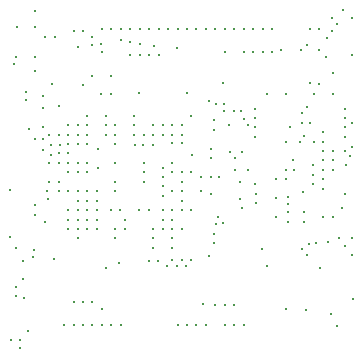
<source format=gbr>
%TF.GenerationSoftware,KiCad,Pcbnew,9.0.6-r1*%
%TF.CreationDate,2025-12-20T23:12:14+08:00*%
%TF.ProjectId,H750XB_V2,48373530-5842-45f5-9632-2e6b69636164,rev?*%
%TF.SameCoordinates,Original*%
%TF.FileFunction,Plated,1,4,PTH,Drill*%
%TF.FilePolarity,Positive*%
%FSLAX46Y46*%
G04 Gerber Fmt 4.6, Leading zero omitted, Abs format (unit mm)*
G04 Created by KiCad (PCBNEW 9.0.6-r1) date 2025-12-20 23:12:14*
%MOMM*%
%LPD*%
G01*
G04 APERTURE LIST*
%TA.AperFunction,ViaDrill*%
%ADD10C,0.300000*%
%TD*%
G04 APERTURE END LIST*
D10*
X454000Y13900000D03*
X454000Y9900000D03*
X498800Y1200000D03*
X748800Y24550000D03*
X948800Y25150000D03*
X948800Y9000000D03*
X948800Y5700000D03*
X948800Y4900000D03*
X998800Y27700000D03*
X1248800Y1200000D03*
X1248800Y550000D03*
X1548800Y7850000D03*
X1548800Y6400000D03*
X1598800Y4800000D03*
X1748800Y22200000D03*
X1748800Y21480000D03*
X1948800Y1950000D03*
X2048800Y19100000D03*
X2348800Y8250000D03*
X2448800Y8850000D03*
X2548800Y29050000D03*
X2548800Y27700000D03*
X2548800Y25200000D03*
X2548800Y24000000D03*
X2548800Y18200000D03*
X2548800Y12600000D03*
X2548800Y11800000D03*
X3248800Y21900000D03*
X3248800Y20850000D03*
X3248800Y19200000D03*
X3248800Y18200000D03*
X3248800Y17300000D03*
X3348800Y11223100D03*
X3398800Y26850000D03*
X3548800Y13800000D03*
X3648800Y13100000D03*
X3748800Y18600000D03*
X3748800Y16200000D03*
X3748800Y14600000D03*
X3848800Y17700000D03*
X3848800Y16900000D03*
X3948800Y22850000D03*
X4148800Y8100000D03*
X4198800Y26850000D03*
X4548800Y21000000D03*
X4548800Y18600000D03*
X4548800Y17000000D03*
X4548800Y16200000D03*
X4548800Y14600000D03*
X4548800Y13800000D03*
X4648800Y17700000D03*
X5000000Y2502400D03*
X5348800Y19400000D03*
X5348800Y18600000D03*
X5348800Y17800000D03*
X5348800Y17000000D03*
X5348800Y16200000D03*
X5348800Y15400000D03*
X5348800Y13800000D03*
X5348800Y12200000D03*
X5348800Y11400000D03*
X5348800Y10600000D03*
X5798800Y27350000D03*
X5800000Y4400000D03*
X5800000Y2500000D03*
X6148800Y19400000D03*
X6148800Y18600000D03*
X6148800Y17800000D03*
X6148800Y16200000D03*
X6148800Y15400000D03*
X6148800Y13800000D03*
X6148800Y13000000D03*
X6148800Y12200000D03*
X6148800Y11400000D03*
X6148800Y10600000D03*
X6148800Y9800000D03*
X6198800Y26050000D03*
X6598800Y27350000D03*
X6598800Y22750000D03*
X6600000Y4400000D03*
X6600000Y2500000D03*
X6948800Y20200000D03*
X6948800Y19400000D03*
X6948800Y18600000D03*
X6948800Y17800000D03*
X6948800Y16200000D03*
X6948800Y15400000D03*
X6948800Y13800000D03*
X6948800Y13000000D03*
X6948800Y12200000D03*
X6948800Y11400000D03*
X6948800Y10600000D03*
X7398800Y26850000D03*
X7398800Y26200000D03*
X7400000Y23550000D03*
X7400000Y4400000D03*
X7400000Y2500000D03*
X7748800Y13800000D03*
X7748800Y13000000D03*
X7748800Y12200000D03*
X7748800Y11400000D03*
X7748800Y10600000D03*
X7828800Y17400000D03*
X7848800Y15800000D03*
X8098800Y26300000D03*
X8148800Y22000000D03*
X8198800Y3850000D03*
X8200000Y27500000D03*
X8200000Y25600000D03*
X8200000Y2500000D03*
X8548800Y20200000D03*
X8548800Y19400000D03*
X8548800Y18600000D03*
X8548800Y7300000D03*
X8948800Y22000000D03*
X8948800Y12200000D03*
X8998800Y23550000D03*
X9000000Y27500000D03*
X9000000Y2500000D03*
X9348800Y19400000D03*
X9348800Y18600000D03*
X9348800Y17800000D03*
X9348800Y16200000D03*
X9348800Y14550000D03*
X9348800Y13800000D03*
X9348800Y10600000D03*
X9348800Y9800000D03*
X9648800Y7750000D03*
X9748800Y12200000D03*
X9798800Y26600000D03*
X9800000Y27500000D03*
X9800000Y2500000D03*
X10148800Y11400000D03*
X10148800Y10600000D03*
X10598800Y26450000D03*
X10598800Y25350000D03*
X10600000Y27500000D03*
X10948800Y20200000D03*
X10948800Y19400000D03*
X10948800Y18600000D03*
X10998800Y17700000D03*
X11348800Y22150000D03*
X11348800Y12200000D03*
X11398800Y26300000D03*
X11398800Y25350000D03*
X11400000Y27500000D03*
X11698800Y17700000D03*
X11748800Y18600000D03*
X11748800Y16200000D03*
X11748800Y15400000D03*
X11748800Y14600000D03*
X12148800Y12200000D03*
X12148800Y7900000D03*
X12198800Y25350000D03*
X12200000Y27500000D03*
X12548800Y19400000D03*
X12548800Y18600000D03*
X12548800Y17700000D03*
X12548800Y10600000D03*
X12548800Y9800000D03*
X12548800Y9000000D03*
X12598800Y26100000D03*
X12948800Y7900000D03*
X12998800Y25350000D03*
X13000000Y27500000D03*
X13348800Y19400000D03*
X13348800Y18600000D03*
X13348800Y15800000D03*
X13348800Y15000000D03*
X13348800Y14200000D03*
X13348800Y13400000D03*
X13348800Y12200000D03*
X13348800Y11400000D03*
X13348800Y10600000D03*
X13748800Y7500000D03*
X13800000Y27500000D03*
X14148800Y19400000D03*
X14148800Y18600000D03*
X14148800Y17900000D03*
X14148800Y16200000D03*
X14148800Y15400000D03*
X14148800Y13800000D03*
X14148800Y12200000D03*
X14148800Y11400000D03*
X14148800Y10600000D03*
X14148800Y9800000D03*
X14148800Y9000000D03*
X14148800Y8000000D03*
X14548800Y7500000D03*
X14598800Y25900000D03*
X14600000Y27500000D03*
X14600000Y2500000D03*
X14948800Y19400000D03*
X14948800Y18600000D03*
X14948800Y17900000D03*
X14948800Y15400000D03*
X14948800Y14600000D03*
X14948800Y13800000D03*
X14948800Y13000000D03*
X14948800Y12200000D03*
X14948800Y10600000D03*
X14948800Y8000000D03*
X15348800Y7500000D03*
X15398800Y22100000D03*
X15400000Y27500000D03*
X15400000Y2500000D03*
X15748800Y20200000D03*
X15748800Y15400000D03*
X15748800Y12200000D03*
X15748800Y8000000D03*
X15848800Y16900000D03*
X16200000Y27500000D03*
X16200000Y2500000D03*
X16548800Y15000000D03*
X16548800Y13800000D03*
X16798800Y4250000D03*
X17000000Y27500000D03*
X17000000Y2500000D03*
X17248800Y8300000D03*
X17298800Y21400000D03*
X17448800Y17400000D03*
X17448800Y16600000D03*
X17448800Y15000000D03*
X17448800Y13600000D03*
X17648800Y19800000D03*
X17648800Y19000000D03*
X17648800Y10200000D03*
X17648800Y9400000D03*
X17800000Y27500000D03*
X17800000Y4150000D03*
X17848800Y11000000D03*
X17898800Y21200000D03*
X17998800Y11600000D03*
X18148800Y15000000D03*
X18448800Y22950000D03*
X18448800Y11150000D03*
X18548800Y21215103D03*
X18548800Y20600000D03*
X18598800Y25600000D03*
X18600000Y27500000D03*
X18600000Y4150000D03*
X18600000Y2500000D03*
X18998800Y19400000D03*
X19048800Y17100000D03*
X19396400Y20550000D03*
X19400000Y27500000D03*
X19400000Y4150000D03*
X19400000Y2500000D03*
X19448800Y15600000D03*
X19498800Y16600000D03*
X19848800Y14600000D03*
X19848800Y13150000D03*
X20001200Y20550000D03*
X20048800Y12400000D03*
X20098800Y17100000D03*
X20200000Y27500000D03*
X20200000Y25600000D03*
X20200000Y2500000D03*
X20248800Y19950000D03*
X20548800Y19400000D03*
X20548800Y15600000D03*
X21000000Y27500000D03*
X21000000Y25600000D03*
X21148800Y20800000D03*
X21148800Y20000000D03*
X21148800Y19200000D03*
X21148800Y18400000D03*
X21148800Y14400000D03*
X21248800Y13600000D03*
X21248800Y12800000D03*
X21748800Y8900000D03*
X21800000Y27500000D03*
X21800000Y25600000D03*
X22148800Y22000000D03*
X22198800Y7450000D03*
X22598800Y25600000D03*
X22600000Y27500000D03*
X22914800Y11618000D03*
X22948800Y14800000D03*
X22948800Y13200000D03*
X23398800Y25750000D03*
X23748800Y22000000D03*
X23748800Y18000000D03*
X23748800Y15600000D03*
X23748800Y14800000D03*
X23748800Y3800000D03*
X23948800Y13350000D03*
X23948800Y12700000D03*
X23948800Y12000000D03*
X23948800Y11200000D03*
X24098800Y19200000D03*
X24348800Y16400000D03*
X24448800Y15600000D03*
X24948800Y18000000D03*
X25048800Y25750000D03*
X25098800Y20400000D03*
X25098800Y19600000D03*
X25148800Y8900000D03*
X25248800Y13760000D03*
X25348800Y18500000D03*
X25348800Y12000000D03*
X25348800Y11200000D03*
X25498800Y3750000D03*
X25548800Y26200000D03*
X25548800Y20950000D03*
X25548800Y8400000D03*
X25698800Y9300000D03*
X25798800Y23000000D03*
X25798800Y19600000D03*
X25800000Y27500000D03*
X26048800Y16000000D03*
X26048800Y15200000D03*
X26048800Y14400000D03*
X26148800Y22000000D03*
X26148800Y18000000D03*
X26348800Y9400000D03*
X26548800Y22900000D03*
X26598800Y25750000D03*
X26600000Y27500000D03*
X26648800Y7300000D03*
X26948800Y18800000D03*
X26948800Y18000000D03*
X26948800Y17200000D03*
X26948800Y16400000D03*
X26948800Y15600000D03*
X26948800Y14800000D03*
X26948800Y14000000D03*
X26948800Y11600000D03*
X27198800Y25150000D03*
X27298800Y26800000D03*
X27348800Y9500000D03*
X27568800Y3380000D03*
X27698800Y28450000D03*
X27698800Y27350000D03*
X27748800Y23800000D03*
X27748800Y22000000D03*
X27748800Y17200000D03*
X27748800Y16400000D03*
X27748800Y15600000D03*
X27748800Y11600000D03*
X28098800Y27950000D03*
X28098800Y2400000D03*
X28248800Y9800000D03*
X28548800Y12400000D03*
X28648800Y29100000D03*
X28748800Y20000000D03*
X28748800Y19200000D03*
X28748800Y18400000D03*
X28748800Y17200000D03*
X28748800Y13600000D03*
X28772671Y20720000D03*
X28798800Y9200000D03*
X28903600Y16000000D03*
X29218600Y16800000D03*
X29345600Y17564600D03*
X29348800Y28450000D03*
X29348800Y25300000D03*
X29348800Y19600000D03*
X29348800Y9800000D03*
X29348800Y8400000D03*
X29448800Y4700000D03*
M02*

</source>
